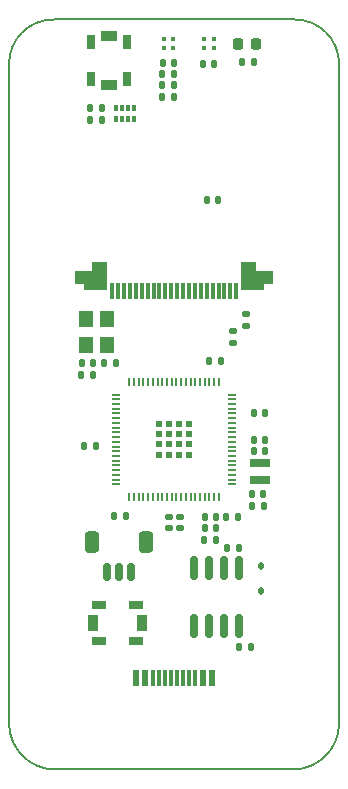
<source format=gbr>
%TF.GenerationSoftware,KiCad,Pcbnew,9.0.2*%
%TF.CreationDate,2025-05-14T22:05:17+05:30*%
%TF.ProjectId,pico2-ice,7069636f-322d-4696-9365-2e6b69636164,REV2*%
%TF.SameCoordinates,Original*%
%TF.FileFunction,Paste,Top*%
%TF.FilePolarity,Positive*%
%FSLAX46Y46*%
G04 Gerber Fmt 4.6, Leading zero omitted, Abs format (unit mm)*
G04 Created by KiCad (PCBNEW 9.0.2) date 2025-05-14 22:05:17*
%MOMM*%
%LPD*%
G01*
G04 APERTURE LIST*
G04 Aperture macros list*
%AMRoundRect*
0 Rectangle with rounded corners*
0 $1 Rounding radius*
0 $2 $3 $4 $5 $6 $7 $8 $9 X,Y pos of 4 corners*
0 Add a 4 corners polygon primitive as box body*
4,1,4,$2,$3,$4,$5,$6,$7,$8,$9,$2,$3,0*
0 Add four circle primitives for the rounded corners*
1,1,$1+$1,$2,$3*
1,1,$1+$1,$4,$5*
1,1,$1+$1,$6,$7*
1,1,$1+$1,$8,$9*
0 Add four rect primitives between the rounded corners*
20,1,$1+$1,$2,$3,$4,$5,0*
20,1,$1+$1,$4,$5,$6,$7,0*
20,1,$1+$1,$6,$7,$8,$9,0*
20,1,$1+$1,$8,$9,$2,$3,0*%
%AMFreePoly0*
4,1,21,1.328536,0.903536,1.330000,0.900000,1.330000,-1.400000,1.328536,-1.403536,1.325000,-1.405000,0.075000,-1.405000,0.071464,-1.403536,0.070000,-1.400000,0.070000,-0.705000,-1.325000,-0.705000,-1.328536,-0.703536,-1.330000,-0.700000,-1.330000,0.400000,-1.328536,0.403536,-1.325000,0.405000,-0.630000,0.405000,-0.630000,0.900000,-0.628536,0.903536,-0.625000,0.905000,1.325000,0.905000,
1.328536,0.903536,1.328536,0.903536,$1*%
%AMFreePoly1*
4,1,21,0.628536,0.903536,0.630000,0.900000,0.630000,0.405000,1.325000,0.405000,1.328536,0.403536,1.330000,0.400000,1.330000,-0.700000,1.328536,-0.703536,1.325000,-0.705000,-0.070000,-0.705000,-0.070000,-1.400000,-0.071464,-1.403536,-0.075000,-1.405000,-1.325000,-1.405000,-1.328536,-1.403536,-1.330000,-1.400000,-1.330000,0.900000,-1.328536,0.903536,-1.325000,0.905000,0.625000,0.905000,
0.628536,0.903536,0.628536,0.903536,$1*%
G04 Aperture macros list end*
%ADD10RoundRect,0.135000X0.135000X0.185000X-0.135000X0.185000X-0.135000X-0.185000X0.135000X-0.185000X0*%
%ADD11RoundRect,0.140000X0.140000X0.170000X-0.140000X0.170000X-0.140000X-0.170000X0.140000X-0.170000X0*%
%ADD12R,0.430000X0.430000*%
%ADD13RoundRect,0.135000X-0.135000X-0.185000X0.135000X-0.185000X0.135000X0.185000X-0.135000X0.185000X0*%
%ADD14RoundRect,0.140000X-0.170000X0.140000X-0.170000X-0.140000X0.170000X-0.140000X0.170000X0.140000X0*%
%ADD15RoundRect,0.140000X-0.140000X-0.170000X0.140000X-0.170000X0.140000X0.170000X-0.140000X0.170000X0*%
%ADD16RoundRect,0.218750X0.218750X0.256250X-0.218750X0.256250X-0.218750X-0.256250X0.218750X-0.256250X0*%
%ADD17R,1.400000X0.950000*%
%ADD18R,0.750000X1.150000*%
%ADD19RoundRect,0.112500X0.112500X-0.187500X0.112500X0.187500X-0.112500X0.187500X-0.112500X-0.187500X0*%
%ADD20R,0.600000X1.450000*%
%ADD21R,0.300000X1.450000*%
%ADD22RoundRect,0.150000X-0.150000X-0.625000X0.150000X-0.625000X0.150000X0.625000X-0.150000X0.625000X0*%
%ADD23RoundRect,0.250000X-0.350000X-0.650000X0.350000X-0.650000X0.350000X0.650000X-0.350000X0.650000X0*%
%ADD24RoundRect,0.150000X-0.150000X0.825000X-0.150000X-0.825000X0.150000X-0.825000X0.150000X0.825000X0*%
%ADD25RoundRect,0.135000X-0.185000X0.135000X-0.185000X-0.135000X0.185000X-0.135000X0.185000X0.135000X0*%
%ADD26R,1.700000X0.700000*%
%ADD27R,0.300000X1.400000*%
%ADD28FreePoly0,180.000000*%
%ADD29FreePoly1,180.000000*%
%ADD30R,0.950000X1.400000*%
%ADD31R,1.150000X0.750000*%
%ADD32R,0.320000X0.500000*%
%ADD33R,0.500000X0.500000*%
%ADD34R,0.220000X0.780000*%
%ADD35R,0.780000X0.220000*%
%ADD36R,1.200000X1.400000*%
%ADD37RoundRect,0.135000X0.185000X-0.135000X0.185000X0.135000X-0.185000X0.135000X-0.185000X-0.135000X0*%
%TA.AperFunction,Profile*%
%ADD38C,0.127000*%
%TD*%
G04 APERTURE END LIST*
D10*
X72427718Y-77655871D03*
X71407718Y-77655871D03*
D11*
X68282918Y-113165071D03*
X67322918Y-113165071D03*
D12*
X75731718Y-73537000D03*
X74961718Y-73537000D03*
X74961718Y-72767000D03*
X75731718Y-72767000D03*
D13*
X76868718Y-115832071D03*
X77888718Y-115832071D03*
X78138718Y-74684071D03*
X79158718Y-74684071D03*
D14*
X72882918Y-113243871D03*
X72882918Y-114203871D03*
D15*
X79159318Y-106713471D03*
X80119318Y-106713471D03*
D16*
X79360018Y-73185471D03*
X77785018Y-73185471D03*
D11*
X75953718Y-113266671D03*
X74993718Y-113266671D03*
D10*
X75983718Y-115171671D03*
X74963718Y-115171671D03*
D11*
X65742918Y-107272271D03*
X64782918Y-107272271D03*
D17*
X66888518Y-72507471D03*
X66888518Y-76657471D03*
D18*
X68413518Y-73007471D03*
X65363518Y-73007471D03*
X68413518Y-76157471D03*
X65363518Y-76157471D03*
D19*
X79791718Y-119472871D03*
X79791718Y-117372871D03*
D11*
X66250918Y-78646471D03*
X65290918Y-78646471D03*
X75953718Y-114206471D03*
X74993718Y-114206471D03*
D15*
X78956118Y-111336271D03*
X79916118Y-111336271D03*
D11*
X76115718Y-86389071D03*
X75155718Y-86389071D03*
D15*
X79159318Y-104478271D03*
X80119318Y-104478271D03*
X76822518Y-113266671D03*
X77782518Y-113266671D03*
D10*
X72427718Y-75725471D03*
X71407718Y-75725471D03*
D20*
X69140000Y-126892000D03*
X69940000Y-126892000D03*
D21*
X71140000Y-126892000D03*
X72140000Y-126892000D03*
X72640000Y-126892000D03*
X73640000Y-126892000D03*
D20*
X74840000Y-126892000D03*
X75640000Y-126892000D03*
X75640000Y-126892000D03*
X74840000Y-126892000D03*
D21*
X74140000Y-126892000D03*
X73140000Y-126892000D03*
X71640000Y-126892000D03*
X70640000Y-126892000D03*
D20*
X69940000Y-126892000D03*
X69140000Y-126892000D03*
D15*
X77914718Y-124214071D03*
X78874718Y-124214071D03*
D22*
X66752118Y-117919071D03*
X67752118Y-117919071D03*
X68752118Y-117919071D03*
D23*
X65452118Y-115394071D03*
X70052118Y-115394071D03*
D15*
X64579718Y-100211071D03*
X65539718Y-100211071D03*
D10*
X76390118Y-100058671D03*
X75370118Y-100058671D03*
D11*
X75801318Y-74887271D03*
X74841318Y-74887271D03*
D24*
X77886718Y-117548071D03*
X76616718Y-117548071D03*
X75346718Y-117548071D03*
X74076718Y-117548071D03*
X74076718Y-122498071D03*
X75346718Y-122498071D03*
X76616718Y-122498071D03*
X77886718Y-122498071D03*
D12*
X72302718Y-73537000D03*
X71532718Y-73537000D03*
X71532718Y-72767000D03*
X72302718Y-72767000D03*
D25*
X77355718Y-97479072D03*
X77355718Y-98499070D03*
D26*
X79664718Y-108680471D03*
X79664718Y-110080471D03*
D27*
X77655718Y-94089071D03*
X77155718Y-94089071D03*
X76655718Y-94089071D03*
X76155718Y-94089071D03*
X75655718Y-94089071D03*
X75155718Y-94089071D03*
X74655718Y-94089071D03*
X74155718Y-94089071D03*
X73655718Y-94089071D03*
X73155718Y-94089071D03*
X72655718Y-94089071D03*
X72155718Y-94089071D03*
X71655718Y-94089071D03*
X71155718Y-94089071D03*
X70655718Y-94089071D03*
X70155718Y-94089071D03*
X69655718Y-94089071D03*
X69155718Y-94089071D03*
X68655718Y-94089071D03*
X68155718Y-94089071D03*
X67655718Y-94089071D03*
X67155718Y-94089071D03*
D28*
X79430718Y-93089071D03*
D29*
X65380718Y-93089071D03*
D30*
X69700118Y-122182071D03*
X65550118Y-122182071D03*
D31*
X69200118Y-123707071D03*
X69200118Y-120657071D03*
X66050118Y-123707071D03*
X66050118Y-120657071D03*
D10*
X72427718Y-76690671D03*
X71407718Y-76690671D03*
D32*
X67510118Y-79578271D03*
X68010118Y-79578271D03*
X68510118Y-79578271D03*
X69010118Y-79578271D03*
X69010118Y-78578271D03*
X68510118Y-78578271D03*
X68010118Y-78578271D03*
X67510118Y-78578271D03*
D13*
X65258918Y-79611671D03*
X66278918Y-79611671D03*
D33*
X73665000Y-105405000D03*
X72815000Y-105405000D03*
X71965000Y-105405000D03*
X71115000Y-105405000D03*
X73665000Y-106255000D03*
X72815000Y-106255000D03*
X71965000Y-106255000D03*
X71115000Y-106255000D03*
X73665000Y-107105000D03*
X72815000Y-107105000D03*
X71965000Y-107105000D03*
X71115000Y-107105000D03*
X73665000Y-107955000D03*
X72815000Y-107955000D03*
X71965000Y-107955000D03*
X71115000Y-107955000D03*
D34*
X76190000Y-101783500D03*
X75790000Y-101783500D03*
X75390000Y-101783500D03*
X74990000Y-101783500D03*
X74590000Y-101783500D03*
X74190000Y-101783500D03*
X73790000Y-101783500D03*
X73390000Y-101783500D03*
X72990000Y-101783500D03*
X72590000Y-101783500D03*
X72190000Y-101783500D03*
X71790000Y-101783500D03*
X71390000Y-101783500D03*
X70990000Y-101783500D03*
X70590000Y-101783500D03*
X70190000Y-101783500D03*
X69790000Y-101783500D03*
X69390000Y-101783500D03*
X68990000Y-101783500D03*
X68590000Y-101783500D03*
D35*
X67493500Y-102880000D03*
X67493500Y-103280000D03*
X67493500Y-103680000D03*
X67493500Y-104080000D03*
X67493500Y-104480000D03*
X67493500Y-104880000D03*
X67493500Y-105280000D03*
X67493500Y-105680000D03*
X67493500Y-106080000D03*
X67493500Y-106480000D03*
X67493500Y-106880000D03*
X67493500Y-107280000D03*
X67493500Y-107680000D03*
X67493500Y-108080000D03*
X67493500Y-108480000D03*
X67493500Y-108880000D03*
X67493500Y-109280000D03*
X67493500Y-109680000D03*
X67493500Y-110080000D03*
X67493500Y-110480000D03*
D34*
X68590000Y-111576500D03*
X68990000Y-111576500D03*
X69390000Y-111576500D03*
X69790000Y-111576500D03*
X70190000Y-111576500D03*
X70590000Y-111576500D03*
X70990000Y-111576500D03*
X71390000Y-111576500D03*
X71790000Y-111576500D03*
X72190000Y-111576500D03*
X72590000Y-111576500D03*
X72990000Y-111576500D03*
X73390000Y-111576500D03*
X73790000Y-111576500D03*
X74190000Y-111576500D03*
X74590000Y-111576500D03*
X74990000Y-111576500D03*
X75390000Y-111576500D03*
X75790000Y-111576500D03*
X76190000Y-111576500D03*
D35*
X77286500Y-110480000D03*
X77286500Y-110080000D03*
X77286500Y-109680000D03*
X77286500Y-109280000D03*
X77286500Y-108880000D03*
X77286500Y-108480000D03*
X77286500Y-108080000D03*
X77286500Y-107680000D03*
X77286500Y-107280000D03*
X77286500Y-106880000D03*
X77286500Y-106480000D03*
X77286500Y-106080000D03*
X77286500Y-105680000D03*
X77286500Y-105280000D03*
X77286500Y-104880000D03*
X77286500Y-104480000D03*
X77286500Y-104080000D03*
X77286500Y-103680000D03*
X77286500Y-103280000D03*
X77286500Y-102880000D03*
D36*
X66671718Y-98644071D03*
X66671718Y-96444071D03*
X64971718Y-96444071D03*
X64971718Y-98644071D03*
D14*
X71943118Y-113243871D03*
X71943118Y-114203871D03*
D15*
X66484718Y-100211071D03*
X67444718Y-100211071D03*
D13*
X78951518Y-112326871D03*
X79971518Y-112326871D03*
D10*
X65569718Y-101227071D03*
X64549718Y-101227071D03*
D37*
X78455718Y-97099070D03*
X78455718Y-96079072D03*
D11*
X80119318Y-107653271D03*
X79159318Y-107653271D03*
X72397718Y-74785671D03*
X71437718Y-74785671D03*
D38*
X82550000Y-134620000D02*
X62230000Y-134620000D01*
X86360000Y-74930000D02*
X86360000Y-130810000D01*
X62230000Y-71120000D02*
X82550000Y-71120000D01*
X58420000Y-130810000D02*
X58420000Y-74930000D01*
X62230000Y-134620000D02*
G75*
G02*
X58420000Y-130810000I109500J3919500D01*
G01*
X58420000Y-74930000D02*
G75*
G02*
X62230000Y-71120000I3754300J55700D01*
G01*
X82550000Y-71120000D02*
G75*
G02*
X86360000Y-74930000I55700J-3754300D01*
G01*
X86360000Y-130810000D02*
G75*
G02*
X82550000Y-134620000I-3919500J109500D01*
G01*
M02*

</source>
